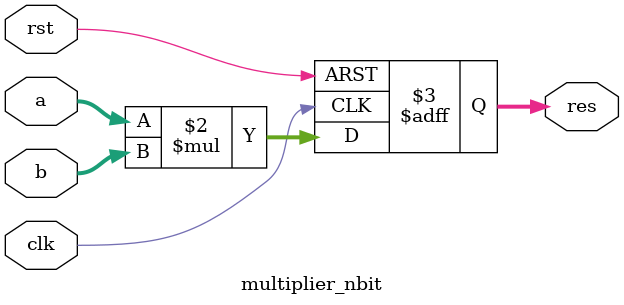
<source format=sv>
`timescale 1ns / 1ps


module multiplier_nbit
    #(parameter n = 4)
    (
        input  logic clk, rst,
        input  logic [n-1:0] a,
        input  logic [n-1:0] b,
        output logic [2*n-1:0] res
    );
    
    always_ff @(posedge clk or posedge rst) begin
        if(rst) begin
            res <= 0;
        end
        else begin
            res <= a * b;
        end
    end
    
endmodule

</source>
